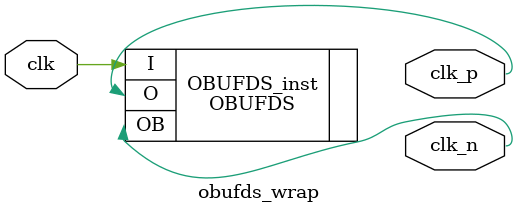
<source format=v>
module obufds_wrap (
    input  clk  ,
    output clk_p,
    output clk_n
);

OBUFDS #(
   .IOSTANDARD("DEFAULT"), // Specify the output I/O standard
   .SLEW("SLOW")           // Specify the output slew rate
) OBUFDS_inst (
   .O (clk_p), // Diff_p output (connect directly to top-level port)
   .OB(clk_n), // Diff_n output (connect directly to top-level port)
   .I (clk)    // Buffer input
);

endmodule
</source>
